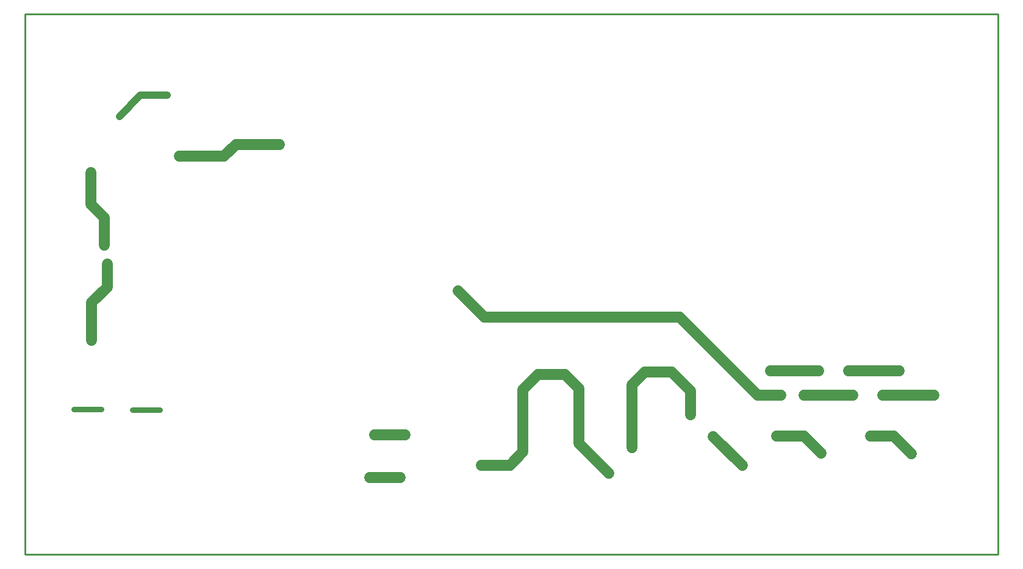
<source format=gko>
G04*
G04 #@! TF.GenerationSoftware,Altium Limited,Altium Designer,24.1.2 (44)*
G04*
G04 Layer_Color=16711935*
%FSLAX25Y25*%
%MOIN*%
G70*
G04*
G04 #@! TF.SameCoordinates,A00A13EA-C99A-4939-B284-DF639B961888*
G04*
G04*
G04 #@! TF.FilePolarity,Positive*
G04*
G01*
G75*
%ADD24C,0.03150*%
%ADD42C,0.01000*%
%ADD43C,0.05906*%
%ADD44C,0.03937*%
D24*
X58398Y79206D02*
X73555D01*
X26409Y79405D02*
X41567D01*
D42*
X0Y0D02*
X531496D01*
X0Y295276D02*
X531496D01*
Y0D02*
Y295276D01*
X0Y0D02*
Y295276D01*
D43*
X36154Y117201D02*
Y137673D01*
X44717Y146236D01*
Y158835D01*
X35760Y191512D02*
Y208638D01*
Y191512D02*
X43117Y184155D01*
Y169150D02*
Y184155D01*
X115131Y224175D02*
X138909D01*
X108595Y217639D02*
X115131Y224175D01*
X84087Y217639D02*
X108595D01*
X363417Y76453D02*
Y89543D01*
X353279Y99681D02*
X363417Y89543D01*
X338614Y99681D02*
X353279D01*
X331626Y92693D02*
X338614Y99681D01*
X331626Y58539D02*
Y92693D01*
X375917Y64543D02*
X391764Y48697D01*
X410661Y64740D02*
X425524D01*
X434874Y55390D01*
X461941Y64740D02*
X474441D01*
X484185Y54996D01*
X249342Y48894D02*
X264697D01*
X271980Y56177D01*
Y90035D01*
X280248Y98303D01*
X295012D01*
X302394Y90921D01*
Y60803D02*
Y90921D01*
Y60803D02*
X318929Y44268D01*
X468634Y87181D02*
X496488D01*
X449736Y100272D02*
X477492D01*
X425524Y87181D02*
X452295D01*
X407118Y100469D02*
X433595D01*
X400032Y87181D02*
X412827D01*
X357610Y129602D02*
X400032Y87181D01*
X251016Y129602D02*
X357610D01*
X236449Y144169D02*
X251016Y129602D01*
X190976Y65528D02*
X207512D01*
X188221Y42201D02*
X204756D01*
D44*
X62969Y250998D02*
X77591D01*
X51363Y239392D02*
X62969Y250998D01*
M02*

</source>
